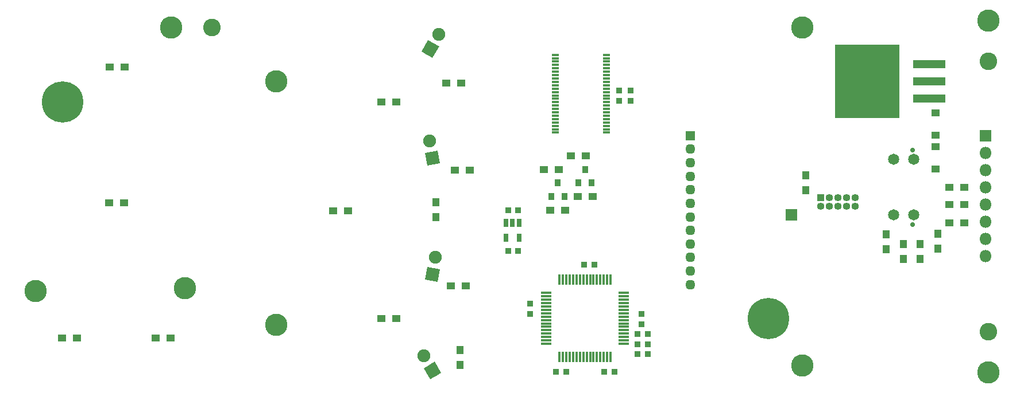
<source format=gts>
%TF.GenerationSoftware,KiCad,Pcbnew,(2018-01-05 revision b98cc0b)-master*%
%TF.CreationDate,2018-01-06T14:23:44-08:00*%
%TF.ProjectId,pyoven,70796F76656E2E6B696361645F706362,rev?*%
%TF.SameCoordinates,Original*%
%TF.FileFunction,Soldermask,Top*%
%TF.FilePolarity,Negative*%
%FSLAX46Y46*%
G04 Gerber Fmt 4.6, Leading zero omitted, Abs format (unit mm)*
G04 Created by KiCad (PCBNEW (2018-01-05 revision b98cc0b)-master) date Saturday, January 06, 2018 'PMt' 02:23:44 PM*
%MOMM*%
%LPD*%
G01*
G04 APERTURE LIST*
%ADD10R,1.301600X1.001600*%
%ADD11R,1.801600X1.801600*%
%ADD12R,1.001600X1.301600*%
%ADD13C,0.731600*%
%ADD14C,1.651600*%
%ADD15O,1.801600X1.801600*%
%ADD16R,0.901600X0.851600*%
%ADD17C,1.901600*%
%ADD18C,0.100000*%
%ADD19O,1.101600X1.101600*%
%ADD20R,1.101600X1.101600*%
%ADD21R,0.751600X1.161600*%
%ADD22R,0.851600X0.901600*%
%ADD23R,0.901600X1.001600*%
%ADD24R,1.601600X0.401600*%
%ADD25R,0.401600X1.601600*%
%ADD26R,9.501600X10.901600*%
%ADD27R,4.701600X1.201600*%
%ADD28C,3.301600*%
%ADD29C,2.601600*%
%ADD30C,6.101600*%
%ADD31R,1.101600X0.386600*%
%ADD32O,1.451600X1.451600*%
%ADD33R,1.451600X1.451600*%
G04 APERTURE END LIST*
D10*
%TO.C,D1*%
X238700000Y-64650000D03*
X238700000Y-67950000D03*
%TD*%
%TO.C,D8*%
X238700000Y-59650000D03*
X238700000Y-62950000D03*
%TD*%
D11*
%TO.C,J17*%
X217400000Y-74700000D03*
%TD*%
D12*
%TO.C,R25*%
X231400000Y-79800000D03*
X231400000Y-77600000D03*
%TD*%
%TO.C,R26*%
X233900000Y-79000000D03*
X233900000Y-81200000D03*
%TD*%
%TO.C,R27*%
X236400000Y-81200000D03*
X236400000Y-79000000D03*
%TD*%
%TO.C,R28*%
X239000000Y-77500000D03*
X239000000Y-79700000D03*
%TD*%
D13*
%TO.C,J1*%
X235300000Y-76100000D03*
X235300000Y-65100000D03*
D14*
X235470000Y-74700000D03*
X232530000Y-74700000D03*
X235470000Y-66500000D03*
X232530000Y-66500000D03*
%TD*%
D10*
%TO.C,R13*%
X116900000Y-52900000D03*
X119100000Y-52900000D03*
%TD*%
%TO.C,R14*%
X119000000Y-72900000D03*
X116800000Y-72900000D03*
%TD*%
%TO.C,R15*%
X109900000Y-92900000D03*
X112100000Y-92900000D03*
%TD*%
%TO.C,R16*%
X125900000Y-92900000D03*
X123700000Y-92900000D03*
%TD*%
%TO.C,R17*%
X149900000Y-74100000D03*
X152100000Y-74100000D03*
%TD*%
%TO.C,R18*%
X159200000Y-90000000D03*
X157000000Y-90000000D03*
%TD*%
%TO.C,R19*%
X159200000Y-58000000D03*
X157000000Y-58000000D03*
%TD*%
D12*
%TO.C,R20*%
X165000000Y-75000000D03*
X165000000Y-72800000D03*
%TD*%
D15*
%TO.C,J3*%
X246000000Y-80780000D03*
X246000000Y-78240000D03*
X246000000Y-75700000D03*
X246000000Y-73160000D03*
X246000000Y-70620000D03*
X246000000Y-68080000D03*
X246000000Y-65540000D03*
D11*
X246000000Y-63000000D03*
%TD*%
D16*
%TO.C,C14*%
X175650000Y-80000000D03*
X177150000Y-80000000D03*
%TD*%
%TO.C,C13*%
X175650000Y-74000000D03*
X177150000Y-74000000D03*
%TD*%
D17*
%TO.C,D2*%
X164500000Y-66300000D03*
D18*
G36*
X165601460Y-67071251D02*
X163728749Y-67401460D01*
X163398540Y-65528749D01*
X165271251Y-65198540D01*
X165601460Y-67071251D01*
X165601460Y-67071251D01*
G37*
D17*
X164058934Y-63798588D03*
%TD*%
%TO.C,D5*%
X164941066Y-80998588D03*
X164500000Y-83500000D03*
D18*
G36*
X165271251Y-84601460D02*
X163398540Y-84271251D01*
X163728749Y-82398540D01*
X165601460Y-82728749D01*
X165271251Y-84601460D01*
X165271251Y-84601460D01*
G37*
%TD*%
D17*
%TO.C,D6*%
X164200000Y-50200000D03*
D18*
G36*
X164548017Y-51498817D02*
X162901183Y-50548017D01*
X163851983Y-48901183D01*
X165498817Y-49851983D01*
X164548017Y-51498817D01*
X164548017Y-51498817D01*
G37*
D17*
X165470000Y-48000295D03*
%TD*%
%TO.C,D7*%
X163230000Y-95500295D03*
X164500000Y-97700000D03*
D18*
G36*
X165798817Y-98048017D02*
X164151983Y-98998817D01*
X163201183Y-97351983D01*
X164848017Y-96401183D01*
X165798817Y-98048017D01*
X165798817Y-98048017D01*
G37*
%TD*%
D19*
%TO.C,J19*%
X226780000Y-73470000D03*
X226780000Y-72200000D03*
X225510000Y-73470000D03*
X225510000Y-72200000D03*
X224240000Y-73470000D03*
X224240000Y-72200000D03*
X222970000Y-73470000D03*
X222970000Y-72200000D03*
X221700000Y-73470000D03*
D20*
X221700000Y-72200000D03*
%TD*%
D10*
%TO.C,R9*%
X167800000Y-68100000D03*
X170000000Y-68100000D03*
%TD*%
%TO.C,R10*%
X169400000Y-85200000D03*
X167200000Y-85200000D03*
%TD*%
%TO.C,R11*%
X166500000Y-55200000D03*
X168700000Y-55200000D03*
%TD*%
D12*
%TO.C,R12*%
X168600000Y-94700000D03*
X168600000Y-96900000D03*
%TD*%
D21*
%TO.C,U4*%
X177250000Y-78100000D03*
X175350000Y-78100000D03*
X175350000Y-75900000D03*
X176300000Y-75900000D03*
X177250000Y-75900000D03*
%TD*%
D10*
%TO.C,R1*%
X242900000Y-70600000D03*
X240700000Y-70600000D03*
%TD*%
%TO.C,R2*%
X240700000Y-73200000D03*
X242900000Y-73200000D03*
%TD*%
%TO.C,R3*%
X242900000Y-75900000D03*
X240700000Y-75900000D03*
%TD*%
%TO.C,R4*%
X187100000Y-66000000D03*
X184900000Y-66000000D03*
%TD*%
%TO.C,R5*%
X180900000Y-68000000D03*
X183100000Y-68000000D03*
%TD*%
%TO.C,R6*%
X188100000Y-72000000D03*
X185900000Y-72000000D03*
%TD*%
%TO.C,R7*%
X181900000Y-74000000D03*
X184100000Y-74000000D03*
%TD*%
D12*
%TO.C,R8*%
X219500000Y-68900000D03*
X219500000Y-71100000D03*
%TD*%
D16*
%TO.C,C12*%
X184250000Y-97900000D03*
X182750000Y-97900000D03*
%TD*%
%TO.C,C10*%
X194750000Y-92300000D03*
X196250000Y-92300000D03*
%TD*%
D22*
%TO.C,C3*%
X193700000Y-56350000D03*
X193700000Y-57850000D03*
%TD*%
%TO.C,C4*%
X192000000Y-57850000D03*
X192000000Y-56350000D03*
%TD*%
D16*
%TO.C,C5*%
X186850000Y-82100000D03*
X188350000Y-82100000D03*
%TD*%
D22*
%TO.C,C6*%
X178900000Y-87850000D03*
X178900000Y-89350000D03*
%TD*%
D16*
%TO.C,C9*%
X196250000Y-93800000D03*
X194750000Y-93800000D03*
%TD*%
%TO.C,C8*%
X194750000Y-95300000D03*
X196250000Y-95300000D03*
%TD*%
%TO.C,C11*%
X191350000Y-97900000D03*
X189850000Y-97900000D03*
%TD*%
D22*
%TO.C,C7*%
X195300000Y-90850000D03*
X195300000Y-89350000D03*
%TD*%
D23*
%TO.C,Q1*%
X186050000Y-70000000D03*
X187950000Y-70000000D03*
X187000000Y-68000000D03*
%TD*%
%TO.C,Q2*%
X183000000Y-70000000D03*
X183950000Y-72000000D03*
X182050000Y-72000000D03*
%TD*%
D24*
%TO.C,U2*%
X192700000Y-86250000D03*
X192700000Y-86750000D03*
X192700000Y-87250000D03*
X192700000Y-87750000D03*
X192700000Y-88250000D03*
X192700000Y-88750000D03*
X192700000Y-89250000D03*
X192700000Y-89750000D03*
X192700000Y-90250000D03*
X192700000Y-90750000D03*
X192700000Y-91250000D03*
X192700000Y-91750000D03*
X192700000Y-92250000D03*
X192700000Y-92750000D03*
X192700000Y-93250000D03*
X192700000Y-93750000D03*
D25*
X190750000Y-95700000D03*
X190250000Y-95700000D03*
X189750000Y-95700000D03*
X189250000Y-95700000D03*
X188750000Y-95700000D03*
X188250000Y-95700000D03*
X187750000Y-95700000D03*
X187250000Y-95700000D03*
X186750000Y-95700000D03*
X186250000Y-95700000D03*
X185750000Y-95700000D03*
X185250000Y-95700000D03*
X184750000Y-95700000D03*
X184250000Y-95700000D03*
X183750000Y-95700000D03*
X183250000Y-95700000D03*
D24*
X181300000Y-93750000D03*
X181300000Y-93250000D03*
X181300000Y-92750000D03*
X181300000Y-92250000D03*
X181300000Y-91750000D03*
X181300000Y-91250000D03*
X181300000Y-90750000D03*
X181300000Y-90250000D03*
X181300000Y-89750000D03*
X181300000Y-89250000D03*
X181300000Y-88750000D03*
X181300000Y-88250000D03*
X181300000Y-87750000D03*
X181300000Y-87250000D03*
X181300000Y-86750000D03*
X181300000Y-86250000D03*
D25*
X183250000Y-84300000D03*
X183750000Y-84300000D03*
X184250000Y-84300000D03*
X184750000Y-84300000D03*
X185250000Y-84300000D03*
X185750000Y-84300000D03*
X186250000Y-84300000D03*
X186750000Y-84300000D03*
X187250000Y-84300000D03*
X187750000Y-84300000D03*
X188250000Y-84300000D03*
X188750000Y-84300000D03*
X189250000Y-84300000D03*
X189750000Y-84300000D03*
X190250000Y-84300000D03*
X190750000Y-84300000D03*
%TD*%
D26*
%TO.C,U3*%
X228625000Y-55000000D03*
D27*
X237775000Y-52460000D03*
X237775000Y-55000000D03*
X237775000Y-57540000D03*
%TD*%
D28*
%TO.C,J15*%
X141500000Y-91000000D03*
%TD*%
D29*
%TO.C,J12*%
X132000000Y-47000000D03*
%TD*%
D30*
%TO.C,J13*%
X110000000Y-58000000D03*
%TD*%
D28*
%TO.C,J16*%
X128000000Y-85500000D03*
%TD*%
%TO.C,J14*%
X141500000Y-55000000D03*
%TD*%
%TO.C,J18*%
X126000000Y-47000000D03*
%TD*%
%TO.C,J11*%
X106000000Y-86000000D03*
%TD*%
D31*
%TO.C,U1*%
X182650000Y-62550000D03*
X182650000Y-62050000D03*
X182650000Y-61550000D03*
X182650000Y-61050000D03*
X182650000Y-60550000D03*
X182650000Y-60050000D03*
X182650000Y-59550000D03*
X182650000Y-59050000D03*
X182650000Y-58550000D03*
X182650000Y-58050000D03*
X182650000Y-57550000D03*
X182650000Y-57050000D03*
X182650000Y-56550000D03*
X182650000Y-56050000D03*
X182650000Y-55550000D03*
X182650000Y-55050000D03*
X182650000Y-54550000D03*
X182650000Y-54050000D03*
X182650000Y-53550000D03*
X182650000Y-53050000D03*
X182650000Y-52550000D03*
X182650000Y-52050000D03*
X182650000Y-51550000D03*
X182650000Y-51050000D03*
X190150000Y-51050000D03*
X190150000Y-51550000D03*
X190150000Y-52050000D03*
X190150000Y-52550000D03*
X190150000Y-53050000D03*
X190150000Y-53550000D03*
X190150000Y-54050000D03*
X190150000Y-54550000D03*
X190150000Y-55050000D03*
X190150000Y-55550000D03*
X190150000Y-56050000D03*
X190150000Y-56550000D03*
X190150000Y-57050000D03*
X190150000Y-57550000D03*
X190150000Y-58050000D03*
X190150000Y-58550000D03*
X190150000Y-59050000D03*
X190150000Y-59550000D03*
X190150000Y-60050000D03*
X190150000Y-60550000D03*
X190150000Y-61050000D03*
X190150000Y-61550000D03*
X190150000Y-62050000D03*
X190150000Y-62550000D03*
%TD*%
D29*
%TO.C,J9*%
X246500000Y-92000000D03*
%TD*%
%TO.C,J8*%
X246500000Y-52000000D03*
%TD*%
D30*
%TO.C,J10*%
X214000000Y-90000000D03*
%TD*%
D28*
%TO.C,J6*%
X219000000Y-97000000D03*
%TD*%
%TO.C,J4*%
X219000000Y-47000000D03*
%TD*%
%TO.C,J5*%
X246500000Y-46000000D03*
%TD*%
%TO.C,J7*%
X246500000Y-98000000D03*
%TD*%
D32*
%TO.C,J2*%
X202500000Y-85000000D03*
X202500000Y-83000000D03*
X202500000Y-81000000D03*
X202500000Y-79000000D03*
X202500000Y-77000000D03*
X202500000Y-75000000D03*
X202500000Y-73000000D03*
X202500000Y-71000000D03*
X202500000Y-69000000D03*
X202500000Y-67000000D03*
X202500000Y-65000000D03*
D33*
X202500000Y-63000000D03*
%TD*%
M02*

</source>
